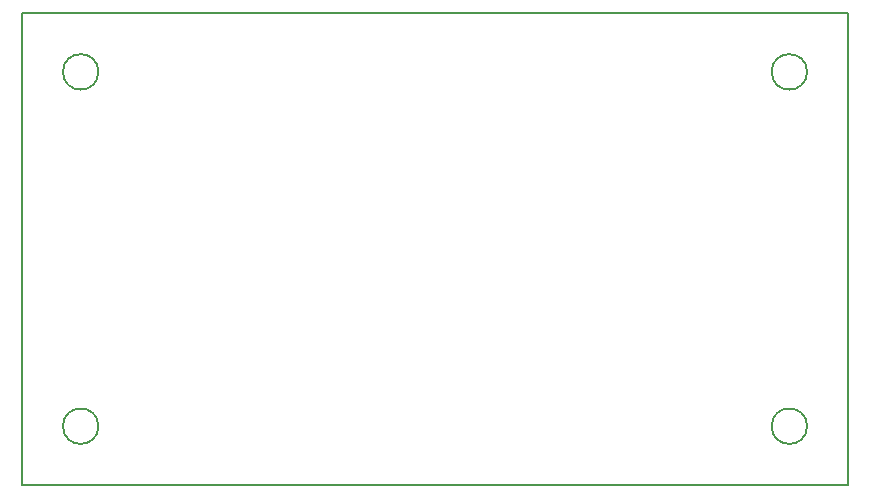
<source format=gbr>
G04 #@! TF.FileFunction,Profile,NP*
%FSLAX46Y46*%
G04 Gerber Fmt 4.6, Leading zero omitted, Abs format (unit mm)*
G04 Created by KiCad (PCBNEW 4.0.7) date 04/04/19 13:25:53*
%MOMM*%
%LPD*%
G01*
G04 APERTURE LIST*
%ADD10C,0.100000*%
%ADD11C,0.150000*%
G04 APERTURE END LIST*
D10*
D11*
X-3500000Y-5000000D02*
G75*
G03X-3500000Y-5000000I-1500000J0D01*
G01*
X-3500000Y-35000000D02*
G75*
G03X-3500000Y-35000000I-1500000J0D01*
G01*
X-63500000Y-35000000D02*
G75*
G03X-63500000Y-35000000I-1500000J0D01*
G01*
X-63500000Y-5000000D02*
G75*
G03X-63500000Y-5000000I-1500000J0D01*
G01*
X-70000000Y-40000000D02*
X-70000000Y0D01*
X0Y-40000000D02*
X-70000000Y-40000000D01*
X0Y0D02*
X0Y-40000000D01*
X-70000000Y0D02*
X0Y0D01*
M02*

</source>
